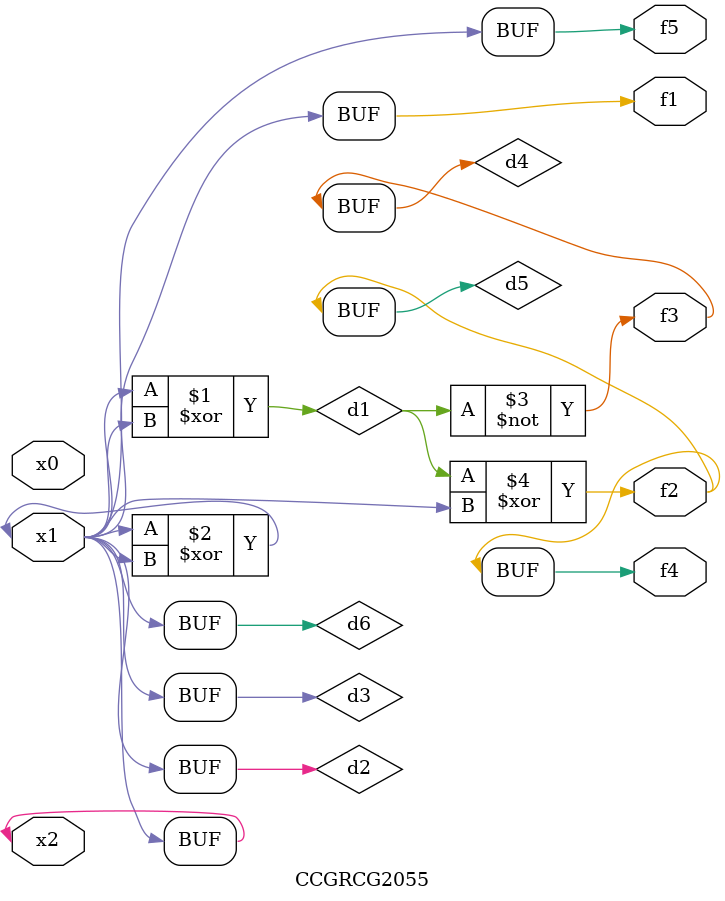
<source format=v>
module CCGRCG2055(
	input x0, x1, x2,
	output f1, f2, f3, f4, f5
);

	wire d1, d2, d3, d4, d5, d6;

	xor (d1, x1, x2);
	buf (d2, x1, x2);
	xor (d3, x1, x2);
	nor (d4, d1);
	xor (d5, d1, d2);
	buf (d6, d2, d3);
	assign f1 = d6;
	assign f2 = d5;
	assign f3 = d4;
	assign f4 = d5;
	assign f5 = d6;
endmodule

</source>
